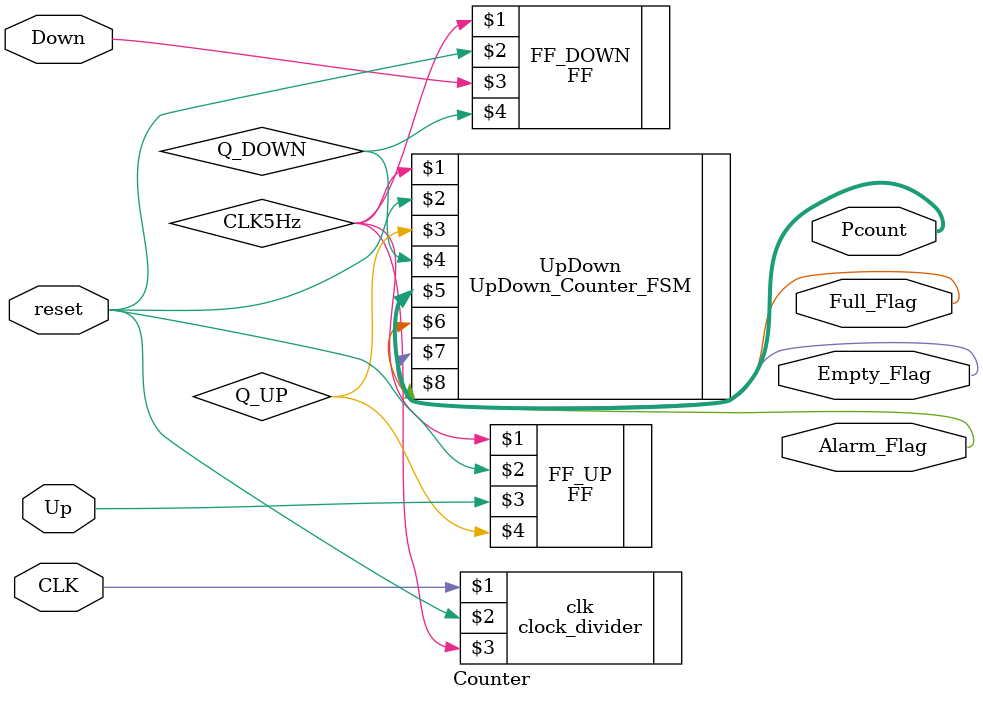
<source format=v>
module Counter ( Up , Down , CLK , reset  , Pcount , Empty_Flag , Full_Flag , Alarm_Flag ) ;
// -------------------------- Inputs Declarations ---------------------------- //
input CLK , reset , Up , Down ;
// ------------------------- Outputs Declarations ---------------------------- //
output  [2:0]Pcount ;
output  Full_Flag , Empty_Flag , Alarm_Flag ; 
// --------------------------- Wire Declarations ----------------------------- // 
wire [2:0]Pcount ;
wire CLK5Hz ;
wire Q_UP , Q_DOWN ;
// Adjusting clock to be suitable for project  
clock_divider clk ( CLK , reset , CLK5Hz ) ;
// Solving problem of debouncing using flip flop
FF FF_UP ( CLK5Hz , reset , Up , Q_UP ) ; // Synchronous UP Push button
FF FF_DOWN (CLK5Hz , reset , Down , Q_DOWN ) ; // Synchronous DOWN Push button
// Adding the Clock after dividing and synchronous UP and DOWN Push buttons to the UpDown counter 
UpDown_Counter_FSM UpDown( CLK5Hz , reset , Q_UP , Q_DOWN ,Pcount , Full_Flag , Empty_Flag , Alarm_Flag ) ;

endmodule
// ----------------------------- End of File --------------------------------- //
// --------------------------------------------------------------------------- //

</source>
